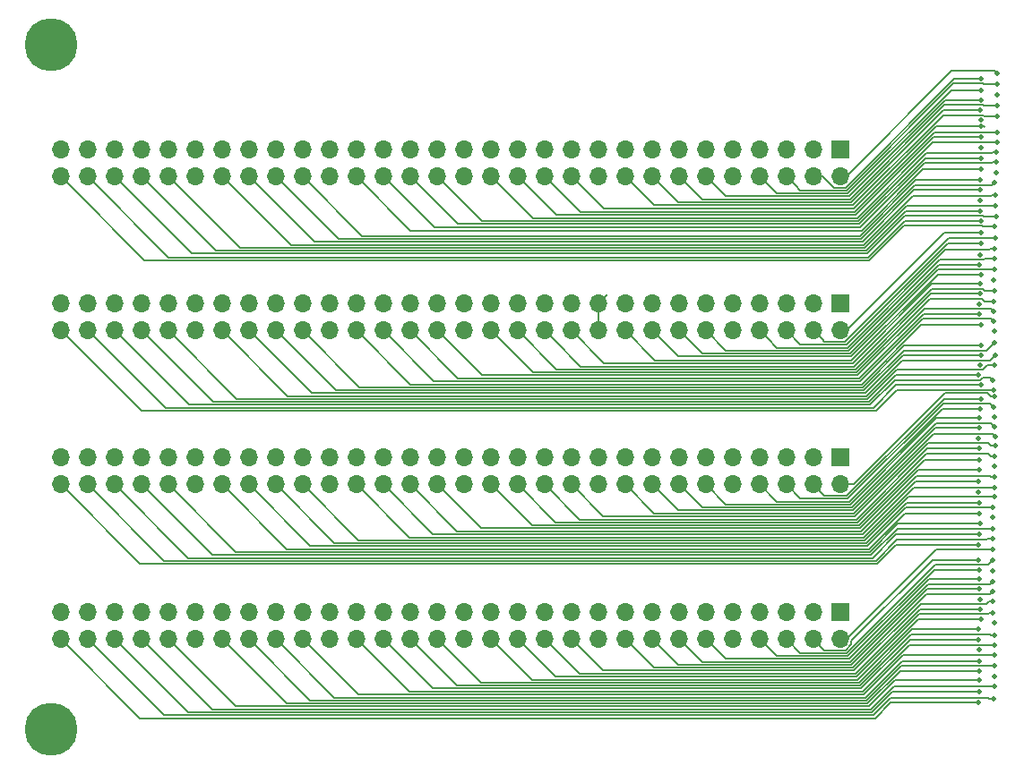
<source format=gbl>
G04 #@! TF.GenerationSoftware,KiCad,Pcbnew,5.0.0-rc2-be01b52~65~ubuntu16.04.1*
G04 #@! TF.CreationDate,2018-06-10T22:33:32-04:00*
G04 #@! TF.ProjectId,meta_breakout,6D6574615F627265616B6F75742E6B69,rev?*
G04 #@! TF.SameCoordinates,Original*
G04 #@! TF.FileFunction,Copper,L4,Bot,Signal*
G04 #@! TF.FilePolarity,Positive*
%FSLAX46Y46*%
G04 Gerber Fmt 4.6, Leading zero omitted, Abs format (unit mm)*
G04 Created by KiCad (PCBNEW 5.0.0-rc2-be01b52~65~ubuntu16.04.1) date Sun Jun 10 22:33:32 2018*
%MOMM*%
%LPD*%
G01*
G04 APERTURE LIST*
G04 #@! TA.AperFunction,ComponentPad*
%ADD10O,1.700000X1.700000*%
G04 #@! TD*
G04 #@! TA.AperFunction,ComponentPad*
%ADD11R,1.700000X1.700000*%
G04 #@! TD*
G04 #@! TA.AperFunction,ComponentPad*
%ADD12C,5.000000*%
G04 #@! TD*
G04 #@! TA.AperFunction,ViaPad*
%ADD13C,0.508000*%
G04 #@! TD*
G04 #@! TA.AperFunction,Conductor*
%ADD14C,0.127000*%
G04 #@! TD*
G04 APERTURE END LIST*
D10*
G04 #@! TO.P,J5,60*
G04 #@! TO.N,/CTRL_OUT3*
X43760000Y-118900000D03*
G04 #@! TO.P,J5,59*
G04 #@! TO.N,/CTRL_IN3*
X43760000Y-116360000D03*
G04 #@! TO.P,J5,58*
G04 #@! TO.N,/DATA_OUT_P31*
X46300000Y-118900000D03*
G04 #@! TO.P,J5,57*
G04 #@! TO.N,/DATA_IN_P31*
X46300000Y-116360000D03*
G04 #@! TO.P,J5,56*
G04 #@! TO.N,/DATA_OUT_N31*
X48840000Y-118900000D03*
G04 #@! TO.P,J5,55*
G04 #@! TO.N,/DATA_IN_N31*
X48840000Y-116360000D03*
G04 #@! TO.P,J5,54*
G04 #@! TO.N,/DATA_OUT_P30*
X51380000Y-118900000D03*
G04 #@! TO.P,J5,53*
G04 #@! TO.N,/DATA_IN_P30*
X51380000Y-116360000D03*
G04 #@! TO.P,J5,52*
G04 #@! TO.N,/DATA_OUT_N30*
X53920000Y-118900000D03*
G04 #@! TO.P,J5,51*
G04 #@! TO.N,/DATA_IN_N30*
X53920000Y-116360000D03*
G04 #@! TO.P,J5,50*
G04 #@! TO.N,/GND*
X56460000Y-118900000D03*
G04 #@! TO.P,J5,49*
X56460000Y-116360000D03*
G04 #@! TO.P,J5,48*
G04 #@! TO.N,/DATA_OUT_P29*
X59000000Y-118900000D03*
G04 #@! TO.P,J5,47*
G04 #@! TO.N,/DATA_IN_P29*
X59000000Y-116360000D03*
G04 #@! TO.P,J5,46*
G04 #@! TO.N,/DATA_OUT_N29*
X61540000Y-118900000D03*
G04 #@! TO.P,J5,45*
G04 #@! TO.N,/DATA_IN_N29*
X61540000Y-116360000D03*
G04 #@! TO.P,J5,44*
G04 #@! TO.N,/DATA_OUT_P28*
X64080000Y-118900000D03*
G04 #@! TO.P,J5,43*
G04 #@! TO.N,/DATA_IN_P28*
X64080000Y-116360000D03*
G04 #@! TO.P,J5,42*
G04 #@! TO.N,/DATA_OUT_N28*
X66620000Y-118900000D03*
G04 #@! TO.P,J5,41*
G04 #@! TO.N,/DATA_IN_N28*
X66620000Y-116360000D03*
G04 #@! TO.P,J5,40*
G04 #@! TO.N,/VDDIO3*
X69160000Y-118900000D03*
G04 #@! TO.P,J5,39*
X69160000Y-116360000D03*
G04 #@! TO.P,J5,38*
G04 #@! TO.N,/DATA_OUT_P27*
X71700000Y-118900000D03*
G04 #@! TO.P,J5,37*
G04 #@! TO.N,/DATA_IN_P27*
X71700000Y-116360000D03*
G04 #@! TO.P,J5,36*
G04 #@! TO.N,/DATA_OUT_N27*
X74240000Y-118900000D03*
G04 #@! TO.P,J5,35*
G04 #@! TO.N,/DATA_IN_N27*
X74240000Y-116360000D03*
G04 #@! TO.P,J5,34*
G04 #@! TO.N,/DATA_OUT_P26*
X76780000Y-118900000D03*
G04 #@! TO.P,J5,33*
G04 #@! TO.N,/DATA_IN_P26*
X76780000Y-116360000D03*
G04 #@! TO.P,J5,32*
G04 #@! TO.N,/DATA_OUT_N26*
X79320000Y-118900000D03*
G04 #@! TO.P,J5,31*
G04 #@! TO.N,/DATA_IN_N26*
X79320000Y-116360000D03*
G04 #@! TO.P,J5,30*
G04 #@! TO.N,/GND*
X81860000Y-118900000D03*
G04 #@! TO.P,J5,29*
X81860000Y-116360000D03*
G04 #@! TO.P,J5,28*
G04 #@! TO.N,/DATA_OUT_P25*
X84400000Y-118900000D03*
G04 #@! TO.P,J5,27*
G04 #@! TO.N,/DATA_IN_P25*
X84400000Y-116360000D03*
G04 #@! TO.P,J5,26*
G04 #@! TO.N,/DATA_OUT_N25*
X86940000Y-118900000D03*
G04 #@! TO.P,J5,25*
G04 #@! TO.N,/DATA_IN_N25*
X86940000Y-116360000D03*
G04 #@! TO.P,J5,24*
G04 #@! TO.N,/DATA_OUT_P24*
X89480000Y-118900000D03*
G04 #@! TO.P,J5,23*
G04 #@! TO.N,/DATA_IN_P24*
X89480000Y-116360000D03*
G04 #@! TO.P,J5,22*
G04 #@! TO.N,/DATA_OUT_N24*
X92020000Y-118900000D03*
G04 #@! TO.P,J5,21*
G04 #@! TO.N,/DATA_IN_N24*
X92020000Y-116360000D03*
G04 #@! TO.P,J5,20*
G04 #@! TO.N,/VDD3*
X94560000Y-118900000D03*
G04 #@! TO.P,J5,19*
X94560000Y-116360000D03*
G04 #@! TO.P,J5,18*
G04 #@! TO.N,/WAIT_RD_IN_P3*
X97100000Y-118900000D03*
G04 #@! TO.P,J5,17*
G04 #@! TO.N,/WAIT_RD_OUT_P3*
X97100000Y-116360000D03*
G04 #@! TO.P,J5,16*
G04 #@! TO.N,/WAIT_RD_IN_N3*
X99640000Y-118900000D03*
G04 #@! TO.P,J5,15*
G04 #@! TO.N,/WAIT_RD_OUT_N3*
X99640000Y-116360000D03*
G04 #@! TO.P,J5,14*
G04 #@! TO.N,/WAIT_WR_IN_P3*
X102180000Y-118900000D03*
G04 #@! TO.P,J5,13*
G04 #@! TO.N,/WAIT_WR_OUT_P3*
X102180000Y-116360000D03*
G04 #@! TO.P,J5,12*
G04 #@! TO.N,/WAIT_WR_IN_N3*
X104720000Y-118900000D03*
G04 #@! TO.P,J5,11*
G04 #@! TO.N,/WAIT_WR_OUT_N3*
X104720000Y-116360000D03*
G04 #@! TO.P,J5,10*
G04 #@! TO.N,/GND*
X107260000Y-118900000D03*
G04 #@! TO.P,J5,9*
X107260000Y-116360000D03*
G04 #@! TO.P,J5,8*
G04 #@! TO.N,/FRAME_OUT_P3*
X109800000Y-118900000D03*
G04 #@! TO.P,J5,7*
G04 #@! TO.N,/FRAME_IN_P3*
X109800000Y-116360000D03*
G04 #@! TO.P,J5,6*
G04 #@! TO.N,/FRAME_OUT_N3*
X112340000Y-118900000D03*
G04 #@! TO.P,J5,5*
G04 #@! TO.N,/FRAME_IN_N3*
X112340000Y-116360000D03*
G04 #@! TO.P,J5,4*
G04 #@! TO.N,/LCLK_OUT_P3*
X114880000Y-118900000D03*
G04 #@! TO.P,J5,3*
G04 #@! TO.N,/LCLK_IN_P3*
X114880000Y-116360000D03*
G04 #@! TO.P,J5,2*
G04 #@! TO.N,/LCLK_OUT_N3*
X117420000Y-118900000D03*
D11*
G04 #@! TO.P,J5,1*
G04 #@! TO.N,/LCLK_IN_N3*
X117420000Y-116360000D03*
G04 #@! TD*
D10*
G04 #@! TO.P,J4,60*
G04 #@! TO.N,/CTRL_OUT2*
X43760000Y-104310000D03*
G04 #@! TO.P,J4,59*
G04 #@! TO.N,/CTRL_IN2*
X43760000Y-101770000D03*
G04 #@! TO.P,J4,58*
G04 #@! TO.N,/DATA_OUT_P23*
X46300000Y-104310000D03*
G04 #@! TO.P,J4,57*
G04 #@! TO.N,/DATA_IN_P23*
X46300000Y-101770000D03*
G04 #@! TO.P,J4,56*
G04 #@! TO.N,/DATA_OUT_N23*
X48840000Y-104310000D03*
G04 #@! TO.P,J4,55*
G04 #@! TO.N,/DATA_IN_N23*
X48840000Y-101770000D03*
G04 #@! TO.P,J4,54*
G04 #@! TO.N,/DATA_OUT_P22*
X51380000Y-104310000D03*
G04 #@! TO.P,J4,53*
G04 #@! TO.N,/DATA_IN_P22*
X51380000Y-101770000D03*
G04 #@! TO.P,J4,52*
G04 #@! TO.N,/DATA_OUT_N22*
X53920000Y-104310000D03*
G04 #@! TO.P,J4,51*
G04 #@! TO.N,/DATA_IN_N22*
X53920000Y-101770000D03*
G04 #@! TO.P,J4,50*
G04 #@! TO.N,/GND*
X56460000Y-104310000D03*
G04 #@! TO.P,J4,49*
X56460000Y-101770000D03*
G04 #@! TO.P,J4,48*
G04 #@! TO.N,/DATA_OUT_P21*
X59000000Y-104310000D03*
G04 #@! TO.P,J4,47*
G04 #@! TO.N,/DATA_IN_P21*
X59000000Y-101770000D03*
G04 #@! TO.P,J4,46*
G04 #@! TO.N,/DATA_OUT_N21*
X61540000Y-104310000D03*
G04 #@! TO.P,J4,45*
G04 #@! TO.N,/DATA_IN_N21*
X61540000Y-101770000D03*
G04 #@! TO.P,J4,44*
G04 #@! TO.N,/DATA_OUT_P20*
X64080000Y-104310000D03*
G04 #@! TO.P,J4,43*
G04 #@! TO.N,/DATA_IN_P20*
X64080000Y-101770000D03*
G04 #@! TO.P,J4,42*
G04 #@! TO.N,/DATA_OUT_N20*
X66620000Y-104310000D03*
G04 #@! TO.P,J4,41*
G04 #@! TO.N,/DATA_IN_N20*
X66620000Y-101770000D03*
G04 #@! TO.P,J4,40*
G04 #@! TO.N,/VDDIO2*
X69160000Y-104310000D03*
G04 #@! TO.P,J4,39*
X69160000Y-101770000D03*
G04 #@! TO.P,J4,38*
G04 #@! TO.N,/DATA_OUT_P19*
X71700000Y-104310000D03*
G04 #@! TO.P,J4,37*
G04 #@! TO.N,/DATA_IN_P19*
X71700000Y-101770000D03*
G04 #@! TO.P,J4,36*
G04 #@! TO.N,/DATA_OUT_N19*
X74240000Y-104310000D03*
G04 #@! TO.P,J4,35*
G04 #@! TO.N,/DATA_IN_N19*
X74240000Y-101770000D03*
G04 #@! TO.P,J4,34*
G04 #@! TO.N,/DATA_OUT_P18*
X76780000Y-104310000D03*
G04 #@! TO.P,J4,33*
G04 #@! TO.N,/DATA_IN_P18*
X76780000Y-101770000D03*
G04 #@! TO.P,J4,32*
G04 #@! TO.N,/DATA_OUT_N18*
X79320000Y-104310000D03*
G04 #@! TO.P,J4,31*
G04 #@! TO.N,/DATA_IN_N18*
X79320000Y-101770000D03*
G04 #@! TO.P,J4,30*
G04 #@! TO.N,/GND*
X81860000Y-104310000D03*
G04 #@! TO.P,J4,29*
X81860000Y-101770000D03*
G04 #@! TO.P,J4,28*
G04 #@! TO.N,/DATA_OUT_P17*
X84400000Y-104310000D03*
G04 #@! TO.P,J4,27*
G04 #@! TO.N,/DATA_IN_P17*
X84400000Y-101770000D03*
G04 #@! TO.P,J4,26*
G04 #@! TO.N,/DATA_OUT_N17*
X86940000Y-104310000D03*
G04 #@! TO.P,J4,25*
G04 #@! TO.N,/DATA_IN_N17*
X86940000Y-101770000D03*
G04 #@! TO.P,J4,24*
G04 #@! TO.N,/DATA_OUT_P16*
X89480000Y-104310000D03*
G04 #@! TO.P,J4,23*
G04 #@! TO.N,/DATA_IN_P16*
X89480000Y-101770000D03*
G04 #@! TO.P,J4,22*
G04 #@! TO.N,/DATA_OUT_N16*
X92020000Y-104310000D03*
G04 #@! TO.P,J4,21*
G04 #@! TO.N,/DATA_IN_N16*
X92020000Y-101770000D03*
G04 #@! TO.P,J4,20*
G04 #@! TO.N,/VDD2*
X94560000Y-104310000D03*
G04 #@! TO.P,J4,19*
X94560000Y-101770000D03*
G04 #@! TO.P,J4,18*
G04 #@! TO.N,/WAIT_RD_IN_P2*
X97100000Y-104310000D03*
G04 #@! TO.P,J4,17*
G04 #@! TO.N,/WAIT_RD_OUT_P2*
X97100000Y-101770000D03*
G04 #@! TO.P,J4,16*
G04 #@! TO.N,/WAIT_RD_IN_N2*
X99640000Y-104310000D03*
G04 #@! TO.P,J4,15*
G04 #@! TO.N,/WAIT_RD_OUT_N2*
X99640000Y-101770000D03*
G04 #@! TO.P,J4,14*
G04 #@! TO.N,/WAIT_WR_IN_P2*
X102180000Y-104310000D03*
G04 #@! TO.P,J4,13*
G04 #@! TO.N,/WAIT_WR_OUT_P2*
X102180000Y-101770000D03*
G04 #@! TO.P,J4,12*
G04 #@! TO.N,/WAIT_WR_IN_N2*
X104720000Y-104310000D03*
G04 #@! TO.P,J4,11*
G04 #@! TO.N,/WAIT_WR_OUT_N2*
X104720000Y-101770000D03*
G04 #@! TO.P,J4,10*
G04 #@! TO.N,/GND*
X107260000Y-104310000D03*
G04 #@! TO.P,J4,9*
X107260000Y-101770000D03*
G04 #@! TO.P,J4,8*
G04 #@! TO.N,/FRAME_OUT_P2*
X109800000Y-104310000D03*
G04 #@! TO.P,J4,7*
G04 #@! TO.N,/FRAME_IN_P2*
X109800000Y-101770000D03*
G04 #@! TO.P,J4,6*
G04 #@! TO.N,/FRAME_OUT_N2*
X112340000Y-104310000D03*
G04 #@! TO.P,J4,5*
G04 #@! TO.N,/FRAME_IN_N2*
X112340000Y-101770000D03*
G04 #@! TO.P,J4,4*
G04 #@! TO.N,/LCLK_OUT_P2*
X114880000Y-104310000D03*
G04 #@! TO.P,J4,3*
G04 #@! TO.N,/LCLK_IN_P2*
X114880000Y-101770000D03*
G04 #@! TO.P,J4,2*
G04 #@! TO.N,/LCLK_OUT_N2*
X117420000Y-104310000D03*
D11*
G04 #@! TO.P,J4,1*
G04 #@! TO.N,/LCLK_IN_N2*
X117420000Y-101770000D03*
G04 #@! TD*
D10*
G04 #@! TO.P,J3,60*
G04 #@! TO.N,/CTRL_OUT1*
X43760000Y-89720000D03*
G04 #@! TO.P,J3,59*
G04 #@! TO.N,/CTRL_IN1*
X43760000Y-87180000D03*
G04 #@! TO.P,J3,58*
G04 #@! TO.N,/DATA_OUT_P15*
X46300000Y-89720000D03*
G04 #@! TO.P,J3,57*
G04 #@! TO.N,/DATA_IN_P15*
X46300000Y-87180000D03*
G04 #@! TO.P,J3,56*
G04 #@! TO.N,/DATA_OUT_N15*
X48840000Y-89720000D03*
G04 #@! TO.P,J3,55*
G04 #@! TO.N,/DATA_IN_N15*
X48840000Y-87180000D03*
G04 #@! TO.P,J3,54*
G04 #@! TO.N,/DATA_OUT_P14*
X51380000Y-89720000D03*
G04 #@! TO.P,J3,53*
G04 #@! TO.N,/DATA_IN_P14*
X51380000Y-87180000D03*
G04 #@! TO.P,J3,52*
G04 #@! TO.N,/DATA_OUT_N14*
X53920000Y-89720000D03*
G04 #@! TO.P,J3,51*
G04 #@! TO.N,/DATA_IN_N14*
X53920000Y-87180000D03*
G04 #@! TO.P,J3,50*
G04 #@! TO.N,/GND*
X56460000Y-89720000D03*
G04 #@! TO.P,J3,49*
X56460000Y-87180000D03*
G04 #@! TO.P,J3,48*
G04 #@! TO.N,/DATA_OUT_P13*
X59000000Y-89720000D03*
G04 #@! TO.P,J3,47*
G04 #@! TO.N,/DATA_IN_P13*
X59000000Y-87180000D03*
G04 #@! TO.P,J3,46*
G04 #@! TO.N,/DATA_OUT_N13*
X61540000Y-89720000D03*
G04 #@! TO.P,J3,45*
G04 #@! TO.N,/DATA_IN_N13*
X61540000Y-87180000D03*
G04 #@! TO.P,J3,44*
G04 #@! TO.N,/DATA_OUT_P12*
X64080000Y-89720000D03*
G04 #@! TO.P,J3,43*
G04 #@! TO.N,/DATA_IN_P12*
X64080000Y-87180000D03*
G04 #@! TO.P,J3,42*
G04 #@! TO.N,/DATA_OUT_N12*
X66620000Y-89720000D03*
G04 #@! TO.P,J3,41*
G04 #@! TO.N,/DATA_IN_N12*
X66620000Y-87180000D03*
G04 #@! TO.P,J3,40*
G04 #@! TO.N,/VDDIO1*
X69160000Y-89720000D03*
G04 #@! TO.P,J3,39*
X69160000Y-87180000D03*
G04 #@! TO.P,J3,38*
G04 #@! TO.N,/DATA_OUT_P11*
X71700000Y-89720000D03*
G04 #@! TO.P,J3,37*
G04 #@! TO.N,/DATA_IN_P11*
X71700000Y-87180000D03*
G04 #@! TO.P,J3,36*
G04 #@! TO.N,/DATA_OUT_N11*
X74240000Y-89720000D03*
G04 #@! TO.P,J3,35*
G04 #@! TO.N,/DATA_IN_N11*
X74240000Y-87180000D03*
G04 #@! TO.P,J3,34*
G04 #@! TO.N,/DATA_OUT_P10*
X76780000Y-89720000D03*
G04 #@! TO.P,J3,33*
G04 #@! TO.N,/DATA_IN_P10*
X76780000Y-87180000D03*
G04 #@! TO.P,J3,32*
G04 #@! TO.N,/DATA_OUT_N10*
X79320000Y-89720000D03*
G04 #@! TO.P,J3,31*
G04 #@! TO.N,/DATA_IN_N10*
X79320000Y-87180000D03*
G04 #@! TO.P,J3,30*
G04 #@! TO.N,/GND*
X81860000Y-89720000D03*
G04 #@! TO.P,J3,29*
X81860000Y-87180000D03*
G04 #@! TO.P,J3,28*
G04 #@! TO.N,/DATA_OUT_P9*
X84400000Y-89720000D03*
G04 #@! TO.P,J3,27*
G04 #@! TO.N,/DATA_IN_P9*
X84400000Y-87180000D03*
G04 #@! TO.P,J3,26*
G04 #@! TO.N,/DATA_OUT_N9*
X86940000Y-89720000D03*
G04 #@! TO.P,J3,25*
G04 #@! TO.N,/DATA_IN_N9*
X86940000Y-87180000D03*
G04 #@! TO.P,J3,24*
G04 #@! TO.N,/DATA_OUT_P8*
X89480000Y-89720000D03*
G04 #@! TO.P,J3,23*
G04 #@! TO.N,/DATA_IN_P8*
X89480000Y-87180000D03*
G04 #@! TO.P,J3,22*
G04 #@! TO.N,/DATA_OUT_N8*
X92020000Y-89720000D03*
G04 #@! TO.P,J3,21*
G04 #@! TO.N,/DATA_IN_N8*
X92020000Y-87180000D03*
G04 #@! TO.P,J3,20*
G04 #@! TO.N,/VDD1*
X94560000Y-89720000D03*
G04 #@! TO.P,J3,19*
X94560000Y-87180000D03*
G04 #@! TO.P,J3,18*
G04 #@! TO.N,/WAIT_RD_IN_P1*
X97100000Y-89720000D03*
G04 #@! TO.P,J3,17*
G04 #@! TO.N,/WAIT_RD_OUT_P1*
X97100000Y-87180000D03*
G04 #@! TO.P,J3,16*
G04 #@! TO.N,/WAIT_RD_IN_N1*
X99640000Y-89720000D03*
G04 #@! TO.P,J3,15*
G04 #@! TO.N,/WAIT_RD_OUT_N1*
X99640000Y-87180000D03*
G04 #@! TO.P,J3,14*
G04 #@! TO.N,/WAIT_WR_IN_P1*
X102180000Y-89720000D03*
G04 #@! TO.P,J3,13*
G04 #@! TO.N,/WAIT_WR_OUT_P1*
X102180000Y-87180000D03*
G04 #@! TO.P,J3,12*
G04 #@! TO.N,/WAIT_WR_IN_N1*
X104720000Y-89720000D03*
G04 #@! TO.P,J3,11*
G04 #@! TO.N,/WAIT_WR_OUT_N1*
X104720000Y-87180000D03*
G04 #@! TO.P,J3,10*
G04 #@! TO.N,/GND*
X107260000Y-89720000D03*
G04 #@! TO.P,J3,9*
X107260000Y-87180000D03*
G04 #@! TO.P,J3,8*
G04 #@! TO.N,/FRAME_OUT_P1*
X109800000Y-89720000D03*
G04 #@! TO.P,J3,7*
G04 #@! TO.N,/FRAME_IN_P1*
X109800000Y-87180000D03*
G04 #@! TO.P,J3,6*
G04 #@! TO.N,/FRAME_OUT_N1*
X112340000Y-89720000D03*
G04 #@! TO.P,J3,5*
G04 #@! TO.N,/FRAME_IN_N1*
X112340000Y-87180000D03*
G04 #@! TO.P,J3,4*
G04 #@! TO.N,/LCLK_OUT_P1*
X114880000Y-89720000D03*
G04 #@! TO.P,J3,3*
G04 #@! TO.N,/LCLK_IN_P1*
X114880000Y-87180000D03*
G04 #@! TO.P,J3,2*
G04 #@! TO.N,/LCLK_OUT_N1*
X117420000Y-89720000D03*
D11*
G04 #@! TO.P,J3,1*
G04 #@! TO.N,/LCLK_IN_N1*
X117420000Y-87180000D03*
G04 #@! TD*
D10*
G04 #@! TO.P,J2,60*
G04 #@! TO.N,/CTRL_OUT0*
X43760000Y-75130000D03*
G04 #@! TO.P,J2,59*
G04 #@! TO.N,/CTRL_IN0*
X43760000Y-72590000D03*
G04 #@! TO.P,J2,58*
G04 #@! TO.N,/DATA_OUT_P7*
X46300000Y-75130000D03*
G04 #@! TO.P,J2,57*
G04 #@! TO.N,/DATA_IN_P7*
X46300000Y-72590000D03*
G04 #@! TO.P,J2,56*
G04 #@! TO.N,/DATA_OUT_N7*
X48840000Y-75130000D03*
G04 #@! TO.P,J2,55*
G04 #@! TO.N,/DATA_IN_N7*
X48840000Y-72590000D03*
G04 #@! TO.P,J2,54*
G04 #@! TO.N,/DATA_OUT_P6*
X51380000Y-75130000D03*
G04 #@! TO.P,J2,53*
G04 #@! TO.N,/DATA_IN_P6*
X51380000Y-72590000D03*
G04 #@! TO.P,J2,52*
G04 #@! TO.N,/DATA_OUT_N6*
X53920000Y-75130000D03*
G04 #@! TO.P,J2,51*
G04 #@! TO.N,/DATA_IN_N6*
X53920000Y-72590000D03*
G04 #@! TO.P,J2,50*
G04 #@! TO.N,/GND*
X56460000Y-75130000D03*
G04 #@! TO.P,J2,49*
X56460000Y-72590000D03*
G04 #@! TO.P,J2,48*
G04 #@! TO.N,/DATA_OUT_P5*
X59000000Y-75130000D03*
G04 #@! TO.P,J2,47*
G04 #@! TO.N,/DATA_IN_P5*
X59000000Y-72590000D03*
G04 #@! TO.P,J2,46*
G04 #@! TO.N,/DATA_OUT_N5*
X61540000Y-75130000D03*
G04 #@! TO.P,J2,45*
G04 #@! TO.N,/DATA_IN_N5*
X61540000Y-72590000D03*
G04 #@! TO.P,J2,44*
G04 #@! TO.N,/DATA_OUT_P4*
X64080000Y-75130000D03*
G04 #@! TO.P,J2,43*
G04 #@! TO.N,/DATA_IN_P4*
X64080000Y-72590000D03*
G04 #@! TO.P,J2,42*
G04 #@! TO.N,/DATA_OUT_N4*
X66620000Y-75130000D03*
G04 #@! TO.P,J2,41*
G04 #@! TO.N,/DATA_IN_N4*
X66620000Y-72590000D03*
G04 #@! TO.P,J2,40*
G04 #@! TO.N,/VDDIO0*
X69160000Y-75130000D03*
G04 #@! TO.P,J2,39*
X69160000Y-72590000D03*
G04 #@! TO.P,J2,38*
G04 #@! TO.N,/DATA_OUT_P3*
X71700000Y-75130000D03*
G04 #@! TO.P,J2,37*
G04 #@! TO.N,/DATA_IN_P3*
X71700000Y-72590000D03*
G04 #@! TO.P,J2,36*
G04 #@! TO.N,/DATA_OUT_N3*
X74240000Y-75130000D03*
G04 #@! TO.P,J2,35*
G04 #@! TO.N,/DATA_IN_N3*
X74240000Y-72590000D03*
G04 #@! TO.P,J2,34*
G04 #@! TO.N,/DATA_OUT_P2*
X76780000Y-75130000D03*
G04 #@! TO.P,J2,33*
G04 #@! TO.N,/DATA_IN_P2*
X76780000Y-72590000D03*
G04 #@! TO.P,J2,32*
G04 #@! TO.N,/DATA_OUT_N2*
X79320000Y-75130000D03*
G04 #@! TO.P,J2,31*
G04 #@! TO.N,/DATA_IN_N2*
X79320000Y-72590000D03*
G04 #@! TO.P,J2,30*
G04 #@! TO.N,/GND*
X81860000Y-75130000D03*
G04 #@! TO.P,J2,29*
X81860000Y-72590000D03*
G04 #@! TO.P,J2,28*
G04 #@! TO.N,/DATA_OUT_P1*
X84400000Y-75130000D03*
G04 #@! TO.P,J2,27*
G04 #@! TO.N,/DATA_IN_P1*
X84400000Y-72590000D03*
G04 #@! TO.P,J2,26*
G04 #@! TO.N,/DATA_OUT_N1*
X86940000Y-75130000D03*
G04 #@! TO.P,J2,25*
G04 #@! TO.N,/DATA_IN_N1*
X86940000Y-72590000D03*
G04 #@! TO.P,J2,24*
G04 #@! TO.N,/DATA_OUT_P0*
X89480000Y-75130000D03*
G04 #@! TO.P,J2,23*
G04 #@! TO.N,/DATA_IN_P0*
X89480000Y-72590000D03*
G04 #@! TO.P,J2,22*
G04 #@! TO.N,/DATA_OUT_N0*
X92020000Y-75130000D03*
G04 #@! TO.P,J2,21*
G04 #@! TO.N,/DATA_IN_N0*
X92020000Y-72590000D03*
G04 #@! TO.P,J2,20*
G04 #@! TO.N,/VDD0*
X94560000Y-75130000D03*
G04 #@! TO.P,J2,19*
X94560000Y-72590000D03*
G04 #@! TO.P,J2,18*
G04 #@! TO.N,/WAIT_RD_IN_P0*
X97100000Y-75130000D03*
G04 #@! TO.P,J2,17*
G04 #@! TO.N,/WAIT_RD_OUT_P0*
X97100000Y-72590000D03*
G04 #@! TO.P,J2,16*
G04 #@! TO.N,/WAIT_RD_IN_N0*
X99640000Y-75130000D03*
G04 #@! TO.P,J2,15*
G04 #@! TO.N,/WAIT_RD_OUT_N0*
X99640000Y-72590000D03*
G04 #@! TO.P,J2,14*
G04 #@! TO.N,/WAIT_WR_IN_P0*
X102180000Y-75130000D03*
G04 #@! TO.P,J2,13*
G04 #@! TO.N,/WAIT_WR_OUT_P0*
X102180000Y-72590000D03*
G04 #@! TO.P,J2,12*
G04 #@! TO.N,/WAIT_WR_IN_N0*
X104720000Y-75130000D03*
G04 #@! TO.P,J2,11*
G04 #@! TO.N,/WAIT_WR_OUT_N0*
X104720000Y-72590000D03*
G04 #@! TO.P,J2,10*
G04 #@! TO.N,/GND*
X107260000Y-75130000D03*
G04 #@! TO.P,J2,9*
X107260000Y-72590000D03*
G04 #@! TO.P,J2,8*
G04 #@! TO.N,/FRAME_OUT_P0*
X109800000Y-75130000D03*
G04 #@! TO.P,J2,7*
G04 #@! TO.N,/FRAME_IN_P0*
X109800000Y-72590000D03*
G04 #@! TO.P,J2,6*
G04 #@! TO.N,/FRAME_OUT_N0*
X112340000Y-75130000D03*
G04 #@! TO.P,J2,5*
G04 #@! TO.N,/FRAME_IN_N0*
X112340000Y-72590000D03*
G04 #@! TO.P,J2,4*
G04 #@! TO.N,/LCLK_OUT_P0*
X114880000Y-75130000D03*
G04 #@! TO.P,J2,3*
G04 #@! TO.N,/LCLK_IN_P0*
X114880000Y-72590000D03*
G04 #@! TO.P,J2,2*
G04 #@! TO.N,/LCLK_OUT_N0*
X117420000Y-75130000D03*
D11*
G04 #@! TO.P,J2,1*
G04 #@! TO.N,/LCLK_IN_N0*
X117420000Y-72590000D03*
G04 #@! TD*
D12*
G04 #@! TO.P,REF\002A\002A,1*
G04 #@! TO.N,N/C*
X42850000Y-127470000D03*
G04 #@! TD*
G04 #@! TO.P,REF\002A\002A,1*
G04 #@! TO.N,N/C*
X42850000Y-62700000D03*
G04 #@! TD*
D13*
G04 #@! TO.N,/CTRL_OUT0*
X132060000Y-79920000D03*
G04 #@! TO.N,/DATA_OUT_P7*
X130722821Y-79394988D03*
G04 #@! TO.N,/DATA_OUT_N7*
X132160000Y-78978008D03*
G04 #@! TO.N,/DATA_OUT_P6*
X130690000Y-78452997D03*
G04 #@! TO.N,/DATA_OUT_N6*
X132150000Y-77960000D03*
G04 #@! TO.N,/GND*
X132280000Y-67480000D03*
X130700000Y-77480000D03*
X130734000Y-72479000D03*
X130710773Y-93031995D03*
X130659088Y-82575040D03*
X130607000Y-87232018D03*
X132004000Y-122464009D03*
X132004000Y-117437000D03*
X131880000Y-112536991D03*
X131877000Y-107404000D03*
X132004000Y-102630992D03*
X131983127Y-97902661D03*
G04 #@! TO.N,/DATA_OUT_P5*
X132131000Y-76923998D03*
G04 #@! TO.N,/DATA_OUT_N5*
X130700000Y-76469004D03*
G04 #@! TO.N,/DATA_OUT_P4*
X131984591Y-75728008D03*
G04 #@! TO.N,/DATA_OUT_N4*
X130707163Y-75527012D03*
G04 #@! TO.N,/VDDIO0*
X132166727Y-74786017D03*
G04 #@! TO.N,/DATA_OUT_P3*
X130733994Y-74511000D03*
G04 #@! TO.N,/DATA_OUT_N3*
X132203002Y-73844025D03*
G04 #@! TO.N,/DATA_OUT_P2*
X130743902Y-73442009D03*
G04 #@! TO.N,/DATA_OUT_N2*
X132206874Y-72902033D03*
G04 #@! TO.N,/DATA_OUT_P1*
X132250000Y-71980000D03*
G04 #@! TO.N,/DATA_OUT_N1*
X130733996Y-71463000D03*
G04 #@! TO.N,/DATA_OUT_P0*
X132280000Y-70970000D03*
G04 #@! TO.N,/DATA_OUT_N0*
X130734000Y-70447000D03*
G04 #@! TO.N,/VDD0*
X130734000Y-69811987D03*
G04 #@! TO.N,/WAIT_RD_IN_P0*
X132240000Y-69480000D03*
G04 #@! TO.N,/WAIT_RD_IN_N0*
X130697410Y-68869996D03*
G04 #@! TO.N,/WAIT_WR_IN_P0*
X132240000Y-68510000D03*
G04 #@! TO.N,/WAIT_WR_IN_N0*
X130725206Y-67928004D03*
G04 #@! TO.N,/FRAME_OUT_P0*
X130734000Y-67017990D03*
G04 #@! TO.N,/FRAME_OUT_N0*
X132250000Y-66470000D03*
G04 #@! TO.N,/LCLK_OUT_P0*
X130733994Y-65949009D03*
G04 #@! TO.N,/LCLK_OUT_N0*
X132300000Y-65460000D03*
G04 #@! TO.N,/LCLK_OUT_N1*
X130734008Y-80480000D03*
G04 #@! TO.N,/LCLK_OUT_P1*
X132090000Y-80980000D03*
G04 #@! TO.N,/FRAME_OUT_N1*
X130734000Y-81496000D03*
G04 #@! TO.N,/FRAME_OUT_P1*
X132040000Y-81980000D03*
G04 #@! TO.N,/WAIT_WR_IN_N1*
X132040000Y-82930000D03*
G04 #@! TO.N,/WAIT_WR_IN_P1*
X130623530Y-83517032D03*
G04 #@! TO.N,/WAIT_RD_IN_P1*
X130715554Y-84459023D03*
G04 #@! TO.N,/DATA_OUT_N8*
X130698967Y-85348035D03*
G04 #@! TO.N,/DATA_OUT_P8*
X131990000Y-86005000D03*
G04 #@! TO.N,/DATA_OUT_N9*
X130707175Y-86290027D03*
G04 #@! TO.N,/DATA_OUT_P9*
X131940000Y-87030000D03*
G04 #@! TO.N,/DATA_OUT_N10*
X131965000Y-87941026D03*
G04 #@! TO.N,/DATA_OUT_P10*
X130606994Y-88174009D03*
G04 #@! TO.N,/DATA_OUT_N11*
X131964239Y-88883017D03*
G04 #@! TO.N,/DATA_OUT_P11*
X130734000Y-89242998D03*
G04 #@! TO.N,/DATA_OUT_N12*
X130747832Y-91148012D03*
G04 #@! TO.N,/DATA_OUT_P12*
X132004000Y-90894000D03*
G04 #@! TO.N,/DATA_OUT_N13*
X130725152Y-92090004D03*
G04 #@! TO.N,/DATA_OUT_P13*
X132066878Y-92089992D03*
G04 #@! TO.N,/DATA_OUT_N14*
X132004000Y-93053040D03*
G04 #@! TO.N,/DATA_OUT_P14*
X130497310Y-93983171D03*
G04 #@! TO.N,/DATA_OUT_N15*
X131877000Y-94450000D03*
G04 #@! TO.N,/DATA_OUT_P15*
X130764097Y-94922287D03*
G04 #@! TO.N,/CTRL_OUT1*
X131924662Y-95391991D03*
G04 #@! TO.N,/CTRL_OUT3*
X130490000Y-124980000D03*
G04 #@! TO.N,/DATA_OUT_P31*
X131914143Y-124601979D03*
G04 #@! TO.N,/DATA_OUT_N31*
X130607000Y-123914000D03*
G04 #@! TO.N,/DATA_OUT_P30*
X132004000Y-123406000D03*
G04 #@! TO.N,/DATA_OUT_N30*
X130585675Y-122845009D03*
G04 #@! TO.N,/DATA_OUT_P29*
X130566998Y-121955998D03*
G04 #@! TO.N,/DATA_OUT_N29*
X132004000Y-121448008D03*
G04 #@! TO.N,/DATA_OUT_P28*
X130565000Y-121014006D03*
G04 #@! TO.N,/DATA_OUT_N28*
X132004000Y-120485012D03*
G04 #@! TO.N,/VDDIO1*
X132006530Y-89825009D03*
G04 #@! TO.N,/DATA_OUT_P27*
X132004008Y-119521992D03*
G04 #@! TO.N,/DATA_OUT_N27*
X130520002Y-118980000D03*
G04 #@! TO.N,/DATA_OUT_P26*
X132004000Y-118580000D03*
G04 #@! TO.N,/DATA_OUT_N26*
X130510000Y-118010000D03*
G04 #@! TO.N,/DATA_OUT_P25*
X130735496Y-117056461D03*
G04 #@! TO.N,/DATA_OUT_N25*
X131860000Y-116495008D03*
G04 #@! TO.N,/DATA_OUT_P24*
X130650966Y-116114469D03*
G04 #@! TO.N,/DATA_OUT_N24*
X131870000Y-115388009D03*
G04 #@! TO.N,/VDD1*
X131970000Y-84980000D03*
G04 #@! TO.N,/WAIT_RD_IN_P3*
X131870000Y-114460000D03*
G04 #@! TO.N,/WAIT_RD_IN_N3*
X130598331Y-114230486D03*
G04 #@! TO.N,/WAIT_WR_IN_P3*
X131870000Y-113518008D03*
G04 #@! TO.N,/WAIT_WR_IN_N3*
X130624762Y-113288494D03*
G04 #@! TO.N,/FRAME_OUT_P3*
X130613123Y-112399482D03*
G04 #@! TO.N,/FRAME_OUT_N3*
X131877000Y-111468000D03*
G04 #@! TO.N,/LCLK_OUT_P3*
X130464842Y-111457490D03*
G04 #@! TO.N,/LCLK_OUT_N3*
X131877008Y-110452000D03*
G04 #@! TO.N,/LCLK_OUT_N2*
X132027142Y-96018679D03*
G04 #@! TO.N,/LCLK_OUT_P2*
X130720615Y-96217490D03*
G04 #@! TO.N,/FRAME_OUT_N2*
X131938667Y-96960670D03*
G04 #@! TO.N,/FRAME_OUT_P2*
X130670305Y-97159482D03*
G04 #@! TO.N,/WAIT_WR_IN_N2*
X130611801Y-98048494D03*
G04 #@! TO.N,/WAIT_RD_IN_N2*
X130610000Y-98990486D03*
G04 #@! TO.N,/WAIT_RD_IN_P2*
X132074087Y-99786644D03*
G04 #@! TO.N,/DATA_OUT_N16*
X132073656Y-100675655D03*
G04 #@! TO.N,/DATA_OUT_P16*
X130607000Y-100926999D03*
G04 #@! TO.N,/DATA_OUT_N17*
X132004000Y-101617646D03*
G04 #@! TO.N,/DATA_OUT_P17*
X130615523Y-101995991D03*
G04 #@! TO.N,/DATA_OUT_N18*
X130607000Y-102959000D03*
G04 #@! TO.N,/DATA_OUT_P18*
X132058044Y-103572984D03*
G04 #@! TO.N,/DATA_OUT_N19*
X130500000Y-103990000D03*
G04 #@! TO.N,/DATA_OUT_P19*
X132004000Y-104609996D03*
G04 #@! TO.N,/DATA_OUT_N20*
X132004000Y-105499012D03*
G04 #@! TO.N,/DATA_OUT_P20*
X130600000Y-106070000D03*
G04 #@! TO.N,/DATA_OUT_N21*
X131877000Y-106462008D03*
G04 #@! TO.N,/DATA_OUT_P21*
X130601922Y-107061991D03*
G04 #@! TO.N,/DATA_OUT_N22*
X130650000Y-108050000D03*
G04 #@! TO.N,/DATA_OUT_P22*
X131877000Y-108547000D03*
G04 #@! TO.N,/DATA_OUT_N23*
X130580000Y-109060000D03*
G04 #@! TO.N,/DATA_OUT_P23*
X131837709Y-109488992D03*
G04 #@! TO.N,/CTRL_OUT2*
X130523083Y-110001991D03*
G04 #@! TO.N,/WAIT_WR_IN_P2*
X132005947Y-98844653D03*
G04 #@! TO.N,/WAIT_RD_IN_N1*
X131990000Y-83950000D03*
G04 #@! TO.N,/VDDIO2*
X130483158Y-105056534D03*
G04 #@! TO.N,/VDD2*
X130530000Y-99985009D03*
G04 #@! TO.N,/VDD3*
X130627324Y-115172478D03*
G04 #@! TO.N,/VDDIO3*
X130559646Y-119965964D03*
G04 #@! TD*
D14*
G04 #@! TO.N,/CTRL_OUT0*
X123436600Y-79839498D02*
X120196098Y-83080000D01*
X44609999Y-75979999D02*
X43760000Y-75130000D01*
X51710000Y-83080000D02*
X44609999Y-75979999D01*
X120196098Y-83080000D02*
X51710000Y-83080000D01*
X130882269Y-79920000D02*
X130801767Y-79839498D01*
X130801767Y-79839498D02*
X123436600Y-79839498D01*
X132060000Y-79920000D02*
X130882269Y-79920000D01*
G04 #@! TO.N,/DATA_OUT_P7*
X123521885Y-79394988D02*
X130363611Y-79394988D01*
X53995989Y-82825989D02*
X120090884Y-82825989D01*
X46300000Y-75130000D02*
X53995989Y-82825989D01*
X120090884Y-82825989D02*
X123521885Y-79394988D01*
X130363611Y-79394988D02*
X130722821Y-79394988D01*
G04 #@! TO.N,/DATA_OUT_N7*
X131800790Y-78978008D02*
X132160000Y-78978008D01*
X123585219Y-78897507D02*
X130961613Y-78897507D01*
X48840000Y-75130000D02*
X56181020Y-82471020D01*
X131042114Y-78978008D02*
X131800790Y-78978008D01*
X130961613Y-78897507D02*
X131042114Y-78978008D01*
X120011703Y-82471020D02*
X123585219Y-78897507D01*
X56181020Y-82471020D02*
X120011703Y-82471020D01*
G04 #@! TO.N,/DATA_OUT_P6*
X130330790Y-78452997D02*
X130690000Y-78452997D01*
X119906490Y-82217009D02*
X123670502Y-78452997D01*
X58467009Y-82217009D02*
X119906490Y-82217009D01*
X51380000Y-75130000D02*
X58467009Y-82217009D01*
X123670502Y-78452997D02*
X130330790Y-78452997D01*
G04 #@! TO.N,/DATA_OUT_N6*
X60700018Y-81910018D02*
X54769999Y-75979999D01*
X132150000Y-77960000D02*
X130933277Y-77960000D01*
X123733830Y-77955515D02*
X119779331Y-81910018D01*
X54769999Y-75979999D02*
X53920000Y-75130000D01*
X130933277Y-77960000D02*
X130928792Y-77955515D01*
X130928792Y-77955515D02*
X123733830Y-77955515D01*
X119779331Y-81910018D02*
X60700018Y-81910018D01*
G04 #@! TO.N,/DATA_OUT_P5*
X131771790Y-76923998D02*
X132131000Y-76923998D01*
X124340122Y-76990000D02*
X131705788Y-76990000D01*
X59000000Y-75130000D02*
X65526007Y-81656007D01*
X65526007Y-81656007D02*
X119674117Y-81656007D01*
X131705788Y-76990000D02*
X131771790Y-76923998D01*
X119674117Y-81656007D02*
X124340122Y-76990000D01*
G04 #@! TO.N,/DATA_OUT_N5*
X119546958Y-81349016D02*
X124426970Y-76469004D01*
X61540000Y-75130000D02*
X67759016Y-81349016D01*
X124426970Y-76469004D02*
X130340790Y-76469004D01*
X130340790Y-76469004D02*
X130700000Y-76469004D01*
X67759016Y-81349016D02*
X119546958Y-81349016D01*
G04 #@! TO.N,/DATA_OUT_P4*
X64080000Y-75130000D02*
X70045005Y-81095005D01*
X131688105Y-76024494D02*
X131730592Y-75982007D01*
X70045005Y-81095005D02*
X119441744Y-81095005D01*
X119441744Y-81095005D02*
X124512255Y-76024494D01*
X131730592Y-75982007D02*
X131984591Y-75728008D01*
X124512255Y-76024494D02*
X131688105Y-76024494D01*
G04 #@! TO.N,/DATA_OUT_N4*
X130347953Y-75527012D02*
X130707163Y-75527012D01*
X124575587Y-75527012D02*
X130347953Y-75527012D01*
X119314585Y-80788014D02*
X124575587Y-75527012D01*
X72278014Y-80788014D02*
X119314585Y-80788014D01*
X66620000Y-75130000D02*
X72278014Y-80788014D01*
G04 #@! TO.N,/DATA_OUT_P3*
X130374784Y-74511000D02*
X130733994Y-74511000D01*
X76861000Y-80291000D02*
X119452374Y-80291000D01*
X71700000Y-75130000D02*
X76861000Y-80291000D01*
X125232374Y-74511000D02*
X130374784Y-74511000D01*
X119452374Y-80291000D02*
X125232374Y-74511000D01*
G04 #@! TO.N,/DATA_OUT_N3*
X74240000Y-75130000D02*
X79094009Y-79984009D01*
X119325215Y-79984009D02*
X125412208Y-73897016D01*
X125412208Y-73897016D02*
X131790801Y-73897016D01*
X79094009Y-79984009D02*
X119325215Y-79984009D01*
X131790801Y-73897016D02*
X131843792Y-73844025D01*
X131843792Y-73844025D02*
X132203002Y-73844025D01*
G04 #@! TO.N,/DATA_OUT_P2*
X130384692Y-73442009D02*
X130743902Y-73442009D01*
X76780000Y-75130000D02*
X81329998Y-79679998D01*
X119270000Y-79679998D02*
X125507989Y-73442009D01*
X125507989Y-73442009D02*
X130384692Y-73442009D01*
X81329998Y-79679998D02*
X119270000Y-79679998D01*
G04 #@! TO.N,/DATA_OUT_N2*
X131847664Y-72902033D02*
X132206874Y-72902033D01*
X119142841Y-79373007D02*
X125571323Y-72944527D01*
X125571323Y-72944527D02*
X131805170Y-72944527D01*
X79320000Y-75130000D02*
X83563007Y-79373007D01*
X83563007Y-79373007D02*
X119142841Y-79373007D01*
X131805170Y-72944527D02*
X131847664Y-72902033D01*
G04 #@! TO.N,/DATA_OUT_P1*
X132250000Y-71980000D02*
X126176627Y-71980000D01*
X85249999Y-75979999D02*
X84400000Y-75130000D01*
X126176627Y-71980000D02*
X119037630Y-79118997D01*
X88388996Y-79118996D02*
X85249999Y-75979999D01*
X119037630Y-79118997D02*
X88388996Y-79118996D01*
G04 #@! TO.N,/DATA_OUT_N1*
X90622006Y-78812006D02*
X118910471Y-78812006D01*
X126259477Y-71463000D02*
X130374786Y-71463000D01*
X86940000Y-75130000D02*
X90622006Y-78812006D01*
X130374786Y-71463000D02*
X130733996Y-71463000D01*
X118910471Y-78812006D02*
X126259477Y-71463000D01*
G04 #@! TO.N,/DATA_OUT_P0*
X132280000Y-70970000D02*
X126393251Y-70970000D01*
X118805256Y-78557995D02*
X92907995Y-78557995D01*
X92907995Y-78557995D02*
X90329999Y-75979999D01*
X126393251Y-70970000D02*
X118805256Y-78557995D01*
X90329999Y-75979999D02*
X89480000Y-75130000D01*
G04 #@! TO.N,/DATA_OUT_N0*
X92020000Y-75130000D02*
X95110000Y-78220000D01*
X118709101Y-78220000D02*
X126482101Y-70447000D01*
X130374790Y-70447000D02*
X130734000Y-70447000D01*
X131033701Y-70447001D02*
X130734001Y-70447001D01*
X131059210Y-70472510D02*
X131033701Y-70447001D01*
X126482101Y-70447000D02*
X130374790Y-70447000D01*
X130734001Y-70447001D02*
X130734000Y-70447000D01*
X95110000Y-78220000D02*
X118709101Y-78220000D01*
G04 #@! TO.N,/WAIT_RD_IN_P0*
X130947361Y-69367486D02*
X127173289Y-69367486D01*
X97949999Y-75979999D02*
X97100000Y-75130000D01*
X99876483Y-77906483D02*
X97949999Y-75979999D01*
X127173289Y-69367486D02*
X118634292Y-77906483D01*
X118634292Y-77906483D02*
X99876483Y-77906483D01*
X131059875Y-69480000D02*
X130947361Y-69367486D01*
X132240000Y-69480000D02*
X131059875Y-69480000D01*
G04 #@! TO.N,/WAIT_RD_IN_N0*
X102109488Y-77599488D02*
X118507137Y-77599488D01*
X127236629Y-68869996D02*
X130338200Y-68869996D01*
X118507137Y-77599488D02*
X127236629Y-68869996D01*
X130338200Y-68869996D02*
X130697410Y-68869996D01*
X99640000Y-75130000D02*
X102109488Y-77599488D01*
G04 #@! TO.N,/WAIT_WR_IN_P0*
X127321906Y-68425494D02*
X118401923Y-77345477D01*
X103029999Y-75979999D02*
X102180000Y-75130000D01*
X104395477Y-77345477D02*
X103029999Y-75979999D01*
X130910772Y-68425494D02*
X127321906Y-68425494D01*
X130995278Y-68510000D02*
X130910772Y-68425494D01*
X132240000Y-68510000D02*
X130995278Y-68510000D01*
X118401923Y-77345477D02*
X104395477Y-77345477D01*
G04 #@! TO.N,/WAIT_WR_IN_N0*
X118274764Y-77038486D02*
X127385246Y-67928004D01*
X127385246Y-67928004D02*
X130365996Y-67928004D01*
X106628486Y-77038486D02*
X118274764Y-77038486D01*
X130365996Y-67928004D02*
X130725206Y-67928004D01*
X104720000Y-75130000D02*
X106628486Y-77038486D01*
G04 #@! TO.N,/FRAME_OUT_P0*
X109800000Y-75130000D02*
X111454475Y-76784475D01*
X111454475Y-76784475D02*
X118169550Y-76784475D01*
X118169550Y-76784475D02*
X127936035Y-67017990D01*
X127936035Y-67017990D02*
X130374790Y-67017990D01*
X130374790Y-67017990D02*
X130734000Y-67017990D01*
G04 #@! TO.N,/FRAME_OUT_N0*
X130972792Y-66393519D02*
X128126356Y-66393519D01*
X113189999Y-75979999D02*
X112340000Y-75130000D01*
X131049273Y-66470000D02*
X130972792Y-66393519D01*
X113687484Y-76477484D02*
X113189999Y-75979999D01*
X132250000Y-66470000D02*
X131049273Y-66470000D01*
X128126356Y-66393519D02*
X118042391Y-76477484D01*
X118042391Y-76477484D02*
X113687484Y-76477484D01*
G04 #@! TO.N,/LCLK_OUT_P0*
X115801647Y-75130000D02*
X116895128Y-76223481D01*
X116895128Y-76223481D02*
X117937169Y-76223481D01*
X128211641Y-65949009D02*
X130374784Y-65949009D01*
X114880000Y-75130000D02*
X115801647Y-75130000D01*
X117937169Y-76223481D02*
X128211641Y-65949009D01*
X130374784Y-65949009D02*
X130733994Y-65949009D01*
G04 #@! TO.N,/LCLK_OUT_N0*
X127973999Y-65206001D02*
X118050000Y-75130000D01*
X132300000Y-65460000D02*
X132046001Y-65206001D01*
X118050000Y-75130000D02*
X117420000Y-75130000D01*
X132046001Y-65206001D02*
X127973999Y-65206001D01*
G04 #@! TO.N,/LCLK_OUT_N1*
X130709008Y-80455000D02*
X130734008Y-80480000D01*
X130565000Y-80455000D02*
X130709008Y-80455000D01*
X130374798Y-80480000D02*
X130734008Y-80480000D01*
X127305000Y-80480000D02*
X130374798Y-80480000D01*
X118065000Y-89720000D02*
X127305000Y-80480000D01*
X117420000Y-89720000D02*
X118065000Y-89720000D01*
G04 #@! TO.N,/LCLK_OUT_P1*
X132090000Y-80980000D02*
X127744026Y-80980000D01*
X117910545Y-90813481D02*
X115973481Y-90813481D01*
X127744026Y-80980000D02*
X117910545Y-90813481D01*
X115973481Y-90813481D02*
X115729999Y-90569999D01*
X115729999Y-90569999D02*
X114880000Y-89720000D01*
G04 #@! TO.N,/FRAME_OUT_N1*
X127587250Y-81496000D02*
X130374790Y-81496000D01*
X130374790Y-81496000D02*
X130734000Y-81496000D01*
X118015758Y-91067492D02*
X127587250Y-81496000D01*
X113687492Y-91067492D02*
X118015758Y-91067492D01*
X112340000Y-89720000D02*
X113687492Y-91067492D01*
G04 #@! TO.N,/FRAME_OUT_P1*
X131530251Y-82130539D02*
X127386861Y-82130539D01*
X118142917Y-91374483D02*
X111454483Y-91374483D01*
X131680790Y-81980000D02*
X131530251Y-82130539D01*
X132040000Y-81980000D02*
X131680790Y-81980000D01*
X110649999Y-90569999D02*
X109800000Y-89720000D01*
X127386861Y-82130539D02*
X118142917Y-91374483D01*
X111454483Y-91374483D02*
X110649999Y-90569999D01*
G04 #@! TO.N,/WAIT_WR_IN_N1*
X104720000Y-89720000D02*
X106628494Y-91628494D01*
X106628494Y-91628494D02*
X118248131Y-91628494D01*
X118248131Y-91628494D02*
X126857075Y-83019550D01*
X130989392Y-83019550D02*
X131078942Y-82930000D01*
X131078942Y-82930000D02*
X131680790Y-82930000D01*
X131680790Y-82930000D02*
X132040000Y-82930000D01*
X126857075Y-83019550D02*
X130989392Y-83019550D01*
G04 #@! TO.N,/WAIT_WR_IN_P1*
X104395486Y-91935486D02*
X118375289Y-91935486D01*
X118375289Y-91935486D02*
X126793743Y-83517032D01*
X102180000Y-89720000D02*
X104395486Y-91935486D01*
X126793743Y-83517032D02*
X130264320Y-83517032D01*
X130264320Y-83517032D02*
X130623530Y-83517032D01*
G04 #@! TO.N,/WAIT_RD_IN_P1*
X126655127Y-84459023D02*
X130356344Y-84459023D01*
X97100000Y-89720000D02*
X99976991Y-92596991D01*
X118517159Y-92596991D02*
X126655127Y-84459023D01*
X130356344Y-84459023D02*
X130715554Y-84459023D01*
X99976991Y-92596991D02*
X118517159Y-92596991D01*
G04 #@! TO.N,/DATA_OUT_N8*
X92020000Y-89720000D02*
X95151002Y-92851002D01*
X95151002Y-92851002D02*
X118622373Y-92851002D01*
X118622373Y-92851002D02*
X126125340Y-85348035D01*
X130339757Y-85348035D02*
X130698967Y-85348035D01*
X126125340Y-85348035D02*
X130339757Y-85348035D01*
G04 #@! TO.N,/DATA_OUT_P8*
X118749532Y-93157993D02*
X92917993Y-93157993D01*
X130920537Y-85845525D02*
X126062000Y-85845525D01*
X131990000Y-86005000D02*
X131080012Y-86005000D01*
X131080012Y-86005000D02*
X130920537Y-85845525D01*
X126062000Y-85845525D02*
X118749532Y-93157993D01*
X92917993Y-93157993D02*
X90329999Y-90569999D01*
X90329999Y-90569999D02*
X89480000Y-89720000D01*
G04 #@! TO.N,/DATA_OUT_N9*
X118862094Y-93412004D02*
X125984071Y-86290027D01*
X125984071Y-86290027D02*
X130347965Y-86290027D01*
X86940000Y-89720000D02*
X90632004Y-93412004D01*
X130347965Y-86290027D02*
X130707175Y-86290027D01*
X90632004Y-93412004D02*
X118862094Y-93412004D01*
G04 #@! TO.N,/DATA_OUT_P9*
X125920737Y-86787517D02*
X118987273Y-93720981D01*
X88400981Y-93720981D02*
X85249999Y-90569999D01*
X130820361Y-86787517D02*
X125920737Y-86787517D01*
X118987273Y-93720981D02*
X88400981Y-93720981D01*
X85249999Y-90569999D02*
X84400000Y-89720000D01*
X131940000Y-87030000D02*
X131062844Y-87030000D01*
X131062844Y-87030000D02*
X130820361Y-86787517D01*
G04 #@! TO.N,/DATA_OUT_N10*
X79320000Y-89720000D02*
X83574992Y-93974992D01*
X131711001Y-87687027D02*
X131965000Y-87941026D01*
X119092479Y-93974992D02*
X125390947Y-87676528D01*
X131700502Y-87676528D02*
X131711001Y-87687027D01*
X83574992Y-93974992D02*
X119092479Y-93974992D01*
X125390947Y-87676528D02*
X131700502Y-87676528D01*
G04 #@! TO.N,/DATA_OUT_P10*
X76780000Y-89720000D02*
X81341983Y-94281983D01*
X125327617Y-88174009D02*
X130247784Y-88174009D01*
X130247784Y-88174009D02*
X130606994Y-88174009D01*
X81341983Y-94281983D02*
X119219643Y-94281983D01*
X119219643Y-94281983D02*
X125327617Y-88174009D01*
G04 #@! TO.N,/DATA_OUT_N11*
X74240000Y-89720000D02*
X79055993Y-94535993D01*
X119324857Y-94535993D02*
X125231832Y-88629018D01*
X79055993Y-94535993D02*
X119324857Y-94535993D01*
X131710240Y-88629018D02*
X131964239Y-88883017D01*
X125231832Y-88629018D02*
X131710240Y-88629018D01*
G04 #@! TO.N,/DATA_OUT_P11*
X76822984Y-94842984D02*
X119452016Y-94842984D01*
X130374790Y-89242998D02*
X130734000Y-89242998D01*
X119452016Y-94842984D02*
X125052002Y-89242998D01*
X71700000Y-89720000D02*
X76822984Y-94842984D01*
X125052002Y-89242998D02*
X130374790Y-89242998D01*
G04 #@! TO.N,/DATA_OUT_N12*
X123506212Y-91148012D02*
X130388622Y-91148012D01*
X66620000Y-89720000D02*
X71996995Y-95096995D01*
X119557229Y-95096995D02*
X123506212Y-91148012D01*
X71996995Y-95096995D02*
X119557229Y-95096995D01*
X130388622Y-91148012D02*
X130747832Y-91148012D01*
G04 #@! TO.N,/DATA_OUT_P12*
X69763986Y-95403986D02*
X119684389Y-95403986D01*
X64080000Y-89720000D02*
X69763986Y-95403986D01*
X131252506Y-91645494D02*
X131750001Y-91147999D01*
X119684389Y-95403986D02*
X123442881Y-91645494D01*
X123442881Y-91645494D02*
X131252506Y-91645494D01*
X131750001Y-91147999D02*
X132004000Y-90894000D01*
G04 #@! TO.N,/DATA_OUT_N13*
X61540000Y-89720000D02*
X67477997Y-95657997D01*
X130365942Y-92090004D02*
X130725152Y-92090004D01*
X123374577Y-92090004D02*
X130365942Y-92090004D01*
X67477997Y-95657997D02*
X119806584Y-95657997D01*
X119806584Y-95657997D02*
X123374577Y-92090004D01*
G04 #@! TO.N,/DATA_OUT_P13*
X131812879Y-92343991D02*
X132066878Y-92089992D01*
X65244988Y-95964988D02*
X119933743Y-95964988D01*
X59000000Y-89720000D02*
X65244988Y-95964988D01*
X119933743Y-95964988D02*
X123311246Y-92587485D01*
X123311246Y-92587485D02*
X131569385Y-92587485D01*
X131569385Y-92587485D02*
X131812879Y-92343991D01*
G04 #@! TO.N,/DATA_OUT_N14*
X120038957Y-96218998D02*
X122781459Y-93476496D01*
X60418998Y-96218998D02*
X120038957Y-96218998D01*
X130924134Y-93476496D02*
X131347590Y-93053040D01*
X131644790Y-93053040D02*
X132004000Y-93053040D01*
X131347590Y-93053040D02*
X131644790Y-93053040D01*
X122781459Y-93476496D02*
X130924134Y-93476496D01*
X53920000Y-89720000D02*
X60418998Y-96218998D01*
G04 #@! TO.N,/DATA_OUT_P14*
X51380000Y-89720000D02*
X58185989Y-96525989D01*
X58185989Y-96525989D02*
X120166118Y-96525989D01*
X130138100Y-93983171D02*
X130497310Y-93983171D01*
X122708936Y-93983171D02*
X130138100Y-93983171D01*
X120166118Y-96525989D02*
X122708936Y-93983171D01*
G04 #@! TO.N,/DATA_OUT_N15*
X131623001Y-94196001D02*
X131877000Y-94450000D01*
X130942344Y-94196001D02*
X131623001Y-94196001D01*
X130710672Y-94427673D02*
X130942344Y-94196001D01*
X48840000Y-89720000D02*
X55900000Y-96780000D01*
X55900000Y-96780000D02*
X120271332Y-96780000D01*
X122623659Y-94427673D02*
X130710672Y-94427673D01*
X120271332Y-96780000D02*
X122623659Y-94427673D01*
G04 #@! TO.N,/DATA_OUT_P15*
X120569011Y-97100989D02*
X122747713Y-94922287D01*
X130404887Y-94922287D02*
X130764097Y-94922287D01*
X53680989Y-97100989D02*
X120569011Y-97100989D01*
X46300000Y-89720000D02*
X53680989Y-97100989D01*
X122747713Y-94922287D02*
X130404887Y-94922287D01*
G04 #@! TO.N,/CTRL_OUT1*
X120865000Y-97355000D02*
X122828009Y-95391991D01*
X43760000Y-89720000D02*
X51395000Y-97355000D01*
X51395000Y-97355000D02*
X120865000Y-97355000D01*
X122828009Y-95391991D02*
X131565452Y-95391991D01*
X131565452Y-95391991D02*
X131924662Y-95391991D01*
G04 #@! TO.N,/CTRL_OUT3*
X122175000Y-124980000D02*
X120725000Y-126430000D01*
X51290000Y-126430000D02*
X43760000Y-118900000D01*
X120725000Y-126430000D02*
X51290000Y-126430000D01*
X130490000Y-124980000D02*
X122175000Y-124980000D01*
G04 #@! TO.N,/DATA_OUT_P31*
X131432954Y-124480000D02*
X131554933Y-124601979D01*
X120555506Y-126164494D02*
X122240000Y-124480000D01*
X122240000Y-124480000D02*
X131432954Y-124480000D01*
X53564494Y-126164494D02*
X120555506Y-126164494D01*
X46300000Y-118900000D02*
X53564494Y-126164494D01*
X131554933Y-124601979D02*
X131914143Y-124601979D01*
G04 #@! TO.N,/DATA_OUT_N31*
X48840000Y-118900000D02*
X55797504Y-125857504D01*
X55797504Y-125857504D02*
X120422496Y-125857504D01*
X120422496Y-125857504D02*
X122366000Y-123914000D01*
X122366000Y-123914000D02*
X130247790Y-123914000D01*
X130247790Y-123914000D02*
X130607000Y-123914000D01*
G04 #@! TO.N,/DATA_OUT_P30*
X122514776Y-123406000D02*
X131644790Y-123406000D01*
X120317283Y-125603493D02*
X122514776Y-123406000D01*
X131644790Y-123406000D02*
X132004000Y-123406000D01*
X51380000Y-118900000D02*
X58083493Y-125603493D01*
X58083493Y-125603493D02*
X120317283Y-125603493D01*
G04 #@! TO.N,/DATA_OUT_N30*
X60316502Y-125296502D02*
X120190124Y-125296502D01*
X120190124Y-125296502D02*
X122641617Y-122845009D01*
X122641617Y-122845009D02*
X130226465Y-122845009D01*
X130226465Y-122845009D02*
X130585675Y-122845009D01*
X53920000Y-118900000D02*
X60316502Y-125296502D01*
G04 #@! TO.N,/DATA_OUT_P29*
X59000000Y-118900000D02*
X65142499Y-125042499D01*
X130207788Y-121955998D02*
X130566998Y-121955998D01*
X123122730Y-121955998D02*
X130207788Y-121955998D01*
X65142499Y-125042499D02*
X120036229Y-125042499D01*
X120036229Y-125042499D02*
X123122730Y-121955998D01*
G04 #@! TO.N,/DATA_OUT_N29*
X131644790Y-121448008D02*
X132004000Y-121448008D01*
X131634282Y-121458516D02*
X131644790Y-121448008D01*
X61540000Y-118900000D02*
X67375508Y-124735508D01*
X119909070Y-124735508D02*
X123186061Y-121458516D01*
X67375508Y-124735508D02*
X119909070Y-124735508D01*
X123186061Y-121458516D02*
X131634282Y-121458516D01*
G04 #@! TO.N,/DATA_OUT_P28*
X69661489Y-124481489D02*
X119803868Y-124481489D01*
X64080000Y-118900000D02*
X69661489Y-124481489D01*
X123271351Y-121014006D02*
X130205790Y-121014006D01*
X119803868Y-124481489D02*
X123271351Y-121014006D01*
X130205790Y-121014006D02*
X130565000Y-121014006D01*
G04 #@! TO.N,/DATA_OUT_N28*
X131644790Y-120485012D02*
X132004000Y-120485012D01*
X66620000Y-118900000D02*
X71894498Y-124174498D01*
X71894498Y-124174498D02*
X119676709Y-124174498D01*
X119676709Y-124174498D02*
X123366195Y-120485012D01*
X123366195Y-120485012D02*
X131644790Y-120485012D01*
G04 #@! TO.N,/DATA_OUT_P27*
X76720487Y-123920487D02*
X119571500Y-123920487D01*
X71700000Y-118900000D02*
X76720487Y-123920487D01*
X131644260Y-119521454D02*
X131644798Y-119521992D01*
X131644798Y-119521992D02*
X132004008Y-119521992D01*
X123970526Y-119521454D02*
X131644260Y-119521454D01*
X119571500Y-123920487D02*
X123970526Y-119521454D01*
G04 #@! TO.N,/DATA_OUT_N27*
X130160792Y-118980000D02*
X130520002Y-118980000D01*
X119444337Y-123613496D02*
X124077833Y-118980000D01*
X78953496Y-123613496D02*
X119444337Y-123613496D01*
X74240000Y-118900000D02*
X78953496Y-123613496D01*
X124077833Y-118980000D02*
X130160792Y-118980000D01*
G04 #@! TO.N,/DATA_OUT_P26*
X131591798Y-118527008D02*
X131644790Y-118580000D01*
X76780000Y-118900000D02*
X81239485Y-123359485D01*
X119339125Y-123359485D02*
X124171602Y-118527008D01*
X124171602Y-118527008D02*
X131591798Y-118527008D01*
X131644790Y-118580000D02*
X132004000Y-118580000D01*
X81239485Y-123359485D02*
X119339125Y-123359485D01*
G04 #@! TO.N,/DATA_OUT_N26*
X83472494Y-123052494D02*
X119211962Y-123052495D01*
X124254457Y-118010000D02*
X130150790Y-118010000D01*
X79320000Y-118900000D02*
X83472494Y-123052494D01*
X119211962Y-123052495D02*
X124254457Y-118010000D01*
X130150790Y-118010000D02*
X130510000Y-118010000D01*
G04 #@! TO.N,/DATA_OUT_P25*
X119106746Y-122798484D02*
X124848769Y-117056461D01*
X130376286Y-117056461D02*
X130735496Y-117056461D01*
X84400000Y-118900000D02*
X88298484Y-122798484D01*
X124848769Y-117056461D02*
X130376286Y-117056461D01*
X88298484Y-122798484D02*
X119106746Y-122798484D01*
G04 #@! TO.N,/DATA_OUT_N25*
X131436827Y-116558971D02*
X131500790Y-116495008D01*
X131500790Y-116495008D02*
X131860000Y-116495008D01*
X124912107Y-116558971D02*
X131436827Y-116558971D01*
X118979578Y-122491500D02*
X124912107Y-116558971D01*
X86940000Y-118900000D02*
X90531500Y-122491500D01*
X90531500Y-122491500D02*
X118979578Y-122491500D01*
G04 #@! TO.N,/DATA_OUT_P24*
X124997384Y-116114469D02*
X130291756Y-116114469D01*
X130291756Y-116114469D02*
X130650966Y-116114469D01*
X89480000Y-118900000D02*
X92817482Y-122237482D01*
X118874371Y-122237482D02*
X124997384Y-116114469D01*
X92817482Y-122237482D02*
X118874371Y-122237482D01*
G04 #@! TO.N,/DATA_OUT_N24*
X92020000Y-118900000D02*
X95050491Y-121930491D01*
X95050491Y-121930491D02*
X118747212Y-121930491D01*
X125060724Y-115616979D02*
X131281820Y-115616979D01*
X118747212Y-121930491D02*
X125060724Y-115616979D01*
X131281820Y-115616979D02*
X131510790Y-115388009D01*
X131510790Y-115388009D02*
X131870000Y-115388009D01*
G04 #@! TO.N,/VDD1*
X94560000Y-89720000D02*
X94560000Y-87180000D01*
X95409999Y-86330001D02*
X94560000Y-87180000D01*
G04 #@! TO.N,/WAIT_RD_IN_P3*
X97100000Y-118900000D02*
X99876480Y-121676480D01*
X131616001Y-114713999D02*
X131870000Y-114460000D01*
X131602032Y-114727968D02*
X131616001Y-114713999D01*
X118641998Y-121676480D02*
X125590510Y-114727968D01*
X99876480Y-121676480D02*
X118641998Y-121676480D01*
X125590510Y-114727968D02*
X131602032Y-114727968D01*
G04 #@! TO.N,/WAIT_RD_IN_N3*
X125653842Y-114230486D02*
X130239121Y-114230486D01*
X118514839Y-121369489D02*
X125653842Y-114230486D01*
X130239121Y-114230486D02*
X130598331Y-114230486D01*
X99640000Y-118900000D02*
X102109489Y-121369489D01*
X102109489Y-121369489D02*
X118514839Y-121369489D01*
G04 #@! TO.N,/WAIT_WR_IN_P3*
X131616001Y-113772007D02*
X131870000Y-113518008D01*
X104395478Y-121115478D02*
X118409625Y-121115478D01*
X131602032Y-113785976D02*
X131616001Y-113772007D01*
X125739127Y-113785976D02*
X131602032Y-113785976D01*
X118409625Y-121115478D02*
X125739127Y-113785976D01*
X102180000Y-118900000D02*
X104395478Y-121115478D01*
G04 #@! TO.N,/WAIT_WR_IN_N3*
X104720000Y-118900000D02*
X106628487Y-120808487D01*
X130265552Y-113288494D02*
X130624762Y-113288494D01*
X118282466Y-120808487D02*
X125802459Y-113288494D01*
X125802459Y-113288494D02*
X130265552Y-113288494D01*
X106628487Y-120808487D02*
X118282466Y-120808487D01*
G04 #@! TO.N,/FRAME_OUT_P3*
X111454483Y-120554483D02*
X118177245Y-120554483D01*
X130253913Y-112399482D02*
X130613123Y-112399482D01*
X118177245Y-120554483D02*
X126332246Y-112399482D01*
X126332246Y-112399482D02*
X130253913Y-112399482D01*
X109800000Y-118900000D02*
X111454483Y-120554483D01*
G04 #@! TO.N,/FRAME_OUT_N3*
X126395586Y-111901992D02*
X131443008Y-111901992D01*
X131623001Y-111721999D02*
X131877000Y-111468000D01*
X113687492Y-120247492D02*
X118050086Y-120247492D01*
X131443008Y-111901992D02*
X131623001Y-111721999D01*
X112340000Y-118900000D02*
X113687492Y-120247492D01*
X118050086Y-120247492D02*
X126395586Y-111901992D01*
G04 #@! TO.N,/LCLK_OUT_P3*
X130105632Y-111457490D02*
X130464842Y-111457490D01*
X126172510Y-111457490D02*
X130105632Y-111457490D01*
X118513481Y-119116519D02*
X126172510Y-111457490D01*
X114880000Y-118900000D02*
X115973481Y-119993481D01*
X117944872Y-119993481D02*
X118513481Y-119424872D01*
X115973481Y-119993481D02*
X117944872Y-119993481D01*
X118513481Y-119424872D02*
X118513481Y-119116519D01*
G04 #@! TO.N,/LCLK_OUT_N3*
X131517798Y-110452000D02*
X131877008Y-110452000D01*
X118095000Y-118900000D02*
X126543000Y-110452000D01*
X126543000Y-110452000D02*
X131517798Y-110452000D01*
X117420000Y-118900000D02*
X118095000Y-118900000D01*
G04 #@! TO.N,/LCLK_OUT_N2*
X131667932Y-96018679D02*
X132027142Y-96018679D01*
X117420000Y-104310000D02*
X118715000Y-104310000D01*
X131316262Y-95667009D02*
X131667932Y-96018679D01*
X118715000Y-104310000D02*
X127357991Y-95667009D01*
X127357991Y-95667009D02*
X131316262Y-95667009D01*
G04 #@! TO.N,/LCLK_OUT_P2*
X114880000Y-104310000D02*
X115973481Y-105403481D01*
X127241660Y-96217490D02*
X130361405Y-96217490D01*
X130361405Y-96217490D02*
X130720615Y-96217490D01*
X115973481Y-105403481D02*
X118055669Y-105403481D01*
X118055669Y-105403481D02*
X127241660Y-96217490D01*
G04 #@! TO.N,/FRAME_OUT_N2*
X127156386Y-96661990D02*
X131639987Y-96661990D01*
X112340000Y-104310000D02*
X113687492Y-105657492D01*
X118160884Y-105657492D02*
X127156386Y-96661990D01*
X131639987Y-96661990D02*
X131684668Y-96706671D01*
X131684668Y-96706671D02*
X131938667Y-96960670D01*
X113687492Y-105657492D02*
X118160884Y-105657492D01*
G04 #@! TO.N,/FRAME_OUT_P2*
X111454483Y-105964483D02*
X118288042Y-105964483D01*
X109800000Y-104310000D02*
X111454483Y-105964483D01*
X127093043Y-97159482D02*
X130311095Y-97159482D01*
X118288042Y-105964483D02*
X127093043Y-97159482D01*
X130311095Y-97159482D02*
X130670305Y-97159482D01*
G04 #@! TO.N,/WAIT_WR_IN_N2*
X130252591Y-98048494D02*
X130611801Y-98048494D01*
X126563257Y-98048494D02*
X130252591Y-98048494D01*
X118393257Y-106218494D02*
X126563257Y-98048494D01*
X106628494Y-106218494D02*
X118393257Y-106218494D01*
X104720000Y-104310000D02*
X106628494Y-106218494D01*
G04 #@! TO.N,/WAIT_RD_IN_N2*
X126414640Y-98990486D02*
X130250790Y-98990486D01*
X99640000Y-104310000D02*
X102109496Y-106779496D01*
X102109496Y-106779496D02*
X118625630Y-106779496D01*
X130250790Y-98990486D02*
X130610000Y-98990486D01*
X118625630Y-106779496D02*
X126414640Y-98990486D01*
G04 #@! TO.N,/WAIT_RD_IN_P2*
X118752788Y-107086487D02*
X126306630Y-99532645D01*
X126306630Y-99532645D02*
X131820088Y-99532645D01*
X131820088Y-99532645D02*
X132074087Y-99786644D01*
X99876487Y-107086487D02*
X118752788Y-107086487D01*
X97100000Y-104310000D02*
X99876487Y-107086487D01*
G04 #@! TO.N,/DATA_OUT_N16*
X131468310Y-100429519D02*
X131714446Y-100675655D01*
X118858003Y-107340497D02*
X125768980Y-100429519D01*
X95050497Y-107340497D02*
X118858003Y-107340497D01*
X131714446Y-100675655D02*
X132073656Y-100675655D01*
X125768980Y-100429519D02*
X131468310Y-100429519D01*
X92020000Y-104310000D02*
X95050497Y-107340497D01*
G04 #@! TO.N,/DATA_OUT_P16*
X125705651Y-100926999D02*
X130247790Y-100926999D01*
X92817489Y-107647489D02*
X118985161Y-107647489D01*
X130247790Y-100926999D02*
X130607000Y-100926999D01*
X89480000Y-104310000D02*
X92817489Y-107647489D01*
X118985161Y-107647489D02*
X125705651Y-100926999D01*
G04 #@! TO.N,/DATA_OUT_N17*
X86940000Y-104310000D02*
X90531500Y-107901500D01*
X125556876Y-101435000D02*
X131462144Y-101435000D01*
X131462144Y-101435000D02*
X131644790Y-101617646D01*
X90531500Y-107901500D02*
X119090376Y-107901500D01*
X131644790Y-101617646D02*
X132004000Y-101617646D01*
X119090376Y-107901500D02*
X125556876Y-101435000D01*
G04 #@! TO.N,/DATA_OUT_P17*
X119217534Y-108208491D02*
X125430034Y-101995991D01*
X130256313Y-101995991D02*
X130615523Y-101995991D01*
X125430034Y-101995991D02*
X130256313Y-101995991D01*
X88298491Y-108208491D02*
X119217534Y-108208491D01*
X84400000Y-104310000D02*
X88298491Y-108208491D01*
G04 #@! TO.N,/DATA_OUT_N18*
X119322749Y-108462502D02*
X124826251Y-102959000D01*
X124826251Y-102959000D02*
X130247790Y-102959000D01*
X83472502Y-108462502D02*
X119322749Y-108462502D01*
X130247790Y-102959000D02*
X130607000Y-102959000D01*
X79320000Y-104310000D02*
X83472502Y-108462502D01*
G04 #@! TO.N,/DATA_OUT_P18*
X81239493Y-108769493D02*
X119449909Y-108769493D01*
X131698834Y-103572984D02*
X132058044Y-103572984D01*
X76780000Y-104310000D02*
X81239493Y-108769493D01*
X124678405Y-103540997D02*
X131666847Y-103540997D01*
X131666847Y-103540997D02*
X131698834Y-103572984D01*
X119449909Y-108769493D02*
X124678405Y-103540997D01*
G04 #@! TO.N,/DATA_OUT_N19*
X78953504Y-109023504D02*
X119555122Y-109023504D01*
X74240000Y-104310000D02*
X78953504Y-109023504D01*
X130140790Y-103990000D02*
X130500000Y-103990000D01*
X119555122Y-109023504D02*
X124588626Y-103990000D01*
X124588626Y-103990000D02*
X130140790Y-103990000D01*
G04 #@! TO.N,/DATA_OUT_P19*
X76720495Y-109330495D02*
X119682282Y-109330495D01*
X119682282Y-109330495D02*
X124402781Y-104609996D01*
X131644790Y-104609996D02*
X132004000Y-104609996D01*
X71700000Y-104310000D02*
X76720495Y-109330495D01*
X124402781Y-104609996D02*
X131644790Y-104609996D01*
G04 #@! TO.N,/DATA_OUT_N20*
X71894505Y-109584505D02*
X119787495Y-109584505D01*
X66620000Y-104310000D02*
X71894505Y-109584505D01*
X119787495Y-109584505D02*
X123862989Y-105509011D01*
X123862989Y-105509011D02*
X131634779Y-105509011D01*
X131634779Y-105509011D02*
X131644778Y-105499012D01*
X131644790Y-105499012D02*
X132004000Y-105499012D01*
X131644778Y-105499012D02*
X131644790Y-105499012D01*
G04 #@! TO.N,/DATA_OUT_P20*
X130240790Y-106070000D02*
X130600000Y-106070000D01*
X69661498Y-109891498D02*
X119914654Y-109891498D01*
X119914654Y-109891498D02*
X123736152Y-106070000D01*
X64080000Y-104310000D02*
X69661498Y-109891498D01*
X123736152Y-106070000D02*
X130240790Y-106070000D01*
G04 #@! TO.N,/DATA_OUT_N21*
X131517790Y-106462008D02*
X131877000Y-106462008D01*
X120019867Y-110145509D02*
X123650376Y-106515000D01*
X131464798Y-106515000D02*
X131517790Y-106462008D01*
X61540000Y-104310000D02*
X67375509Y-110145509D01*
X67375509Y-110145509D02*
X120019867Y-110145509D01*
X123650376Y-106515000D02*
X131464798Y-106515000D01*
G04 #@! TO.N,/DATA_OUT_P21*
X120147027Y-110452500D02*
X123537536Y-107061991D01*
X130242712Y-107061991D02*
X130601922Y-107061991D01*
X123537536Y-107061991D02*
X130242712Y-107061991D01*
X65142499Y-110452499D02*
X120147027Y-110452500D01*
X59000000Y-104310000D02*
X65142499Y-110452499D01*
G04 #@! TO.N,/DATA_OUT_N22*
X122908749Y-108050000D02*
X130290790Y-108050000D01*
X60316508Y-110706508D02*
X120252242Y-110706508D01*
X130290790Y-108050000D02*
X130650000Y-108050000D01*
X120252242Y-110706508D02*
X122908749Y-108050000D01*
X53920000Y-104310000D02*
X60316508Y-110706508D01*
G04 #@! TO.N,/DATA_OUT_P22*
X58083501Y-111013501D02*
X120381499Y-111013501D01*
X131517790Y-108547000D02*
X131877000Y-108547000D01*
X131320524Y-108551992D02*
X131325516Y-108547000D01*
X131325516Y-108547000D02*
X131517790Y-108547000D01*
X120381499Y-111013501D02*
X122843008Y-108551992D01*
X122843008Y-108551992D02*
X131320524Y-108551992D01*
X51380000Y-104310000D02*
X58083501Y-111013501D01*
G04 #@! TO.N,/DATA_OUT_N23*
X122694224Y-109060000D02*
X130220790Y-109060000D01*
X55798998Y-111268998D02*
X120485226Y-111268998D01*
X120485226Y-111268998D02*
X122694224Y-109060000D01*
X130220790Y-109060000D02*
X130580000Y-109060000D01*
X48840000Y-104310000D02*
X55798998Y-111268998D01*
G04 #@! TO.N,/DATA_OUT_P23*
X46300000Y-104310000D02*
X53565989Y-111575989D01*
X120809787Y-111575989D02*
X122828295Y-109557481D01*
X53565989Y-111575989D02*
X120809787Y-111575989D01*
X131478499Y-109488992D02*
X131837709Y-109488992D01*
X131304016Y-109557481D02*
X131372505Y-109488992D01*
X131372505Y-109488992D02*
X131478499Y-109488992D01*
X122828295Y-109557481D02*
X131304016Y-109557481D01*
G04 #@! TO.N,/CTRL_OUT2*
X120915000Y-111830000D02*
X122743009Y-110001991D01*
X51280000Y-111830000D02*
X120915000Y-111830000D01*
X122743009Y-110001991D02*
X130163873Y-110001991D01*
X43760000Y-104310000D02*
X51280000Y-111830000D01*
X130163873Y-110001991D02*
X130523083Y-110001991D01*
G04 #@! TO.N,/WAIT_WR_IN_P2*
X131751948Y-98590654D02*
X132005947Y-98844653D01*
X102180000Y-104310000D02*
X104395485Y-106525485D01*
X126499926Y-98545975D02*
X131707269Y-98545975D01*
X104395485Y-106525485D02*
X118520416Y-106525485D01*
X131707269Y-98545975D02*
X131751948Y-98590654D01*
X118520416Y-106525485D02*
X126499926Y-98545975D01*
G04 #@! TO.N,/WAIT_RD_IN_N1*
X102109496Y-92189496D02*
X100489999Y-90569999D01*
X100489999Y-90569999D02*
X99640000Y-89720000D01*
X131085320Y-83961542D02*
X126708454Y-83961542D01*
X126708454Y-83961542D02*
X118480503Y-92189497D01*
X118480503Y-92189497D02*
X102109496Y-92189496D01*
X131096862Y-83950000D02*
X131085320Y-83961542D01*
X131990000Y-83950000D02*
X131096862Y-83950000D01*
G04 #@! TD*
M02*

</source>
